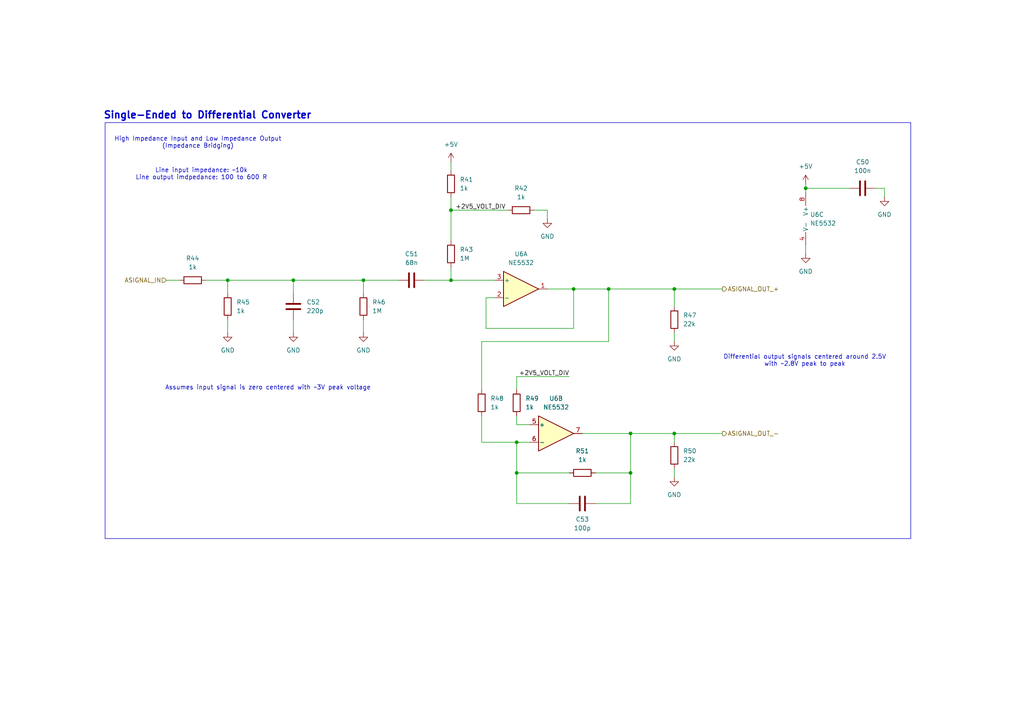
<source format=kicad_sch>
(kicad_sch (version 20231120) (generator "eeschema") (generator_version "8.0")
  (paper "A4")
  (lib_symbols
    (symbol "Amplifier_Operational:NE5532" (pin_names (offset 0.127))
      (property "Reference" "U" (at 0 5.08 0))
      (property "Value" "NE5532" (at 0 -5.08 0))
      (symbol "NE5532_1_1"
        (polyline (pts (xy -5.08 5.08) (xy 5.08 0) (xy -5.08 -5.08) (xy -5.08 5.08)) (stroke (width 0.254)) (fill (type background)))
        (pin output line (at 7.62 0 180) (length 2.54) (name "~") (number "1"))
        (pin input line (at -7.62 -2.54 0) (length 2.54) (name "-") (number "2"))
        (pin input line (at -7.62 2.54 0) (length 2.54) (name "+") (number "3"))
      )
      (symbol "NE5532_2_1"
        (polyline (pts (xy -5.08 5.08) (xy 5.08 0) (xy -5.08 -5.08) (xy -5.08 5.08)) (stroke (width 0.254)) (fill (type background)))
        (pin input line (at -7.62 2.54 0) (length 2.54) (name "+") (number "5"))
        (pin input line (at -7.62 -2.54 0) (length 2.54) (name "-") (number "6"))
        (pin output line (at 7.62 0 180) (length 2.54) (name "~") (number "7"))
      )
      (symbol "NE5532_3_1"
        (pin power_in line (at -2.54 -7.62 90) (length 3.81) (name "V-") (number "4"))
        (pin power_in line (at -2.54 7.62 270) (length 3.81) (name "V+") (number "8"))
      )
    )
    (symbol "Device:C" (pin_numbers hide) (pin_names (offset 0.254))
      (property "Reference" "C" (at 0.635 2.54 0))
      (property "Value" "C" (at 0.635 -2.54 0))
      (symbol "C_0_1"
        (polyline (pts (xy -2.032 -0.762) (xy 2.032 -0.762)) (stroke (width 0.508)))
        (polyline (pts (xy -2.032 0.762) (xy 2.032 0.762)) (stroke (width 0.508)))
      )
      (symbol "C_1_1"
        (pin passive line (at 0 3.81 270) (length 2.794) (name "~") (number "1"))
        (pin passive line (at 0 -3.81 90) (length 2.794) (name "~") (number "2"))
      )
    )
    (symbol "Device:R" (pin_numbers hide) (pin_names (offset 0))
      (property "Reference" "R" (at 2.032 0 90))
      (property "Value" "R" (at 0 0 90))
      (symbol "R_0_1"
        (rectangle (start -1.016 -2.54) (end 1.016 2.54) (stroke (width 0.254)))
      )
      (symbol "R_1_1"
        (pin passive line (at 0 3.81 270) (length 1.27) (name "~") (number "1"))
        (pin passive line (at 0 -3.81 90) (length 1.27) (name "~") (number "2"))
      )
    )
    (symbol "power:+5V" (power) (pin_numbers hide) (pin_names (offset 0) hide)
      (property "Value" "+5V" (at 0 3.556 0))
      (symbol "+5V_0_1"
        (polyline (pts (xy -0.762 1.27) (xy 0 2.54)))
        (polyline (pts (xy 0 0) (xy 0 2.54)))
        (polyline (pts (xy 0 2.54) (xy 0.762 1.27)))
      )
      (symbol "+5V_1_1"
        (pin power_in line (at 0 0 90) (length 0) (name "~") (number "1"))
      )
    )
    (symbol "power:GND" (power) (pin_numbers hide) (pin_names (offset 0) hide)
      (property "Value" "GND" (at 0 -3.81 0))
      (symbol "GND_0_1"
        (polyline (pts (xy 0 0) (xy 0 -1.27) (xy 1.27 -1.27) (xy 0 -2.54) (xy -1.27 -1.27) (xy 0 -1.27)))
      )
      (symbol "GND_1_1"
        (pin power_in line (at 0 0 270) (length 0) (name "~") (number "1"))
      )
    )
  )
  (junction (at 130.81 60.96))
  (junction (at 149.86 128.27))
  (junction (at 130.81 81.28))
  (junction (at 105.41 81.28))
  (junction (at 166.37 83.82))
  (junction (at 85.09 81.28))
  (junction (at 182.88 125.73))
  (junction (at 233.68 54.61))
  (junction (at 195.58 125.73))
  (junction (at 66.04 81.28))
  (junction (at 176.53 83.82))
  (junction (at 182.88 137.16))
  (junction (at 195.58 83.82))
  (junction (at 149.86 137.16))
  (wire (pts (xy 195.58 128.27) (xy 195.58 125.73)))
  (wire (pts (xy 149.86 128.27) (xy 153.67 128.27)))
  (wire (pts (xy 233.68 54.61) (xy 233.68 55.88)))
  (wire (pts (xy 105.41 81.28) (xy 115.57 81.28)))
  (wire (pts (xy 140.97 86.36) (xy 140.97 95.25)))
  (wire (pts (xy 182.88 137.16) (xy 182.88 146.05)))
  (wire (pts (xy 139.7 99.06) (xy 139.7 113.03)))
  (wire (pts (xy 130.81 60.96) (xy 147.32 60.96)))
  (wire (pts (xy 143.51 86.36) (xy 140.97 86.36)))
  (wire (pts (xy 195.58 125.73) (xy 209.55 125.73)))
  (wire (pts (xy 195.58 83.82) (xy 209.55 83.82)))
  (wire (pts (xy 149.86 128.27) (xy 149.86 137.16)))
  (wire (pts (xy 172.72 137.16) (xy 182.88 137.16)))
  (wire (pts (xy 149.86 109.22) (xy 165.1 109.22)))
  (wire (pts (xy 85.09 81.28) (xy 85.09 85.09)))
  (wire (pts (xy 130.81 77.47) (xy 130.81 81.28)))
  (wire (pts (xy 130.81 81.28) (xy 143.51 81.28)))
  (wire (pts (xy 176.53 83.82) (xy 176.53 99.06)))
  (wire (pts (xy 195.58 83.82) (xy 195.58 88.9)))
  (wire (pts (xy 168.91 125.73) (xy 182.88 125.73)))
  (wire (pts (xy 130.81 60.96) (xy 130.81 69.85)))
  (wire (pts (xy 195.58 135.89) (xy 195.58 138.43)))
  (wire (pts (xy 176.53 99.06) (xy 139.7 99.06)))
  (wire (pts (xy 66.04 81.28) (xy 85.09 81.28)))
  (wire (pts (xy 149.86 109.22) (xy 149.86 113.03)))
  (wire (pts (xy 149.86 137.16) (xy 165.1 137.16)))
  (wire (pts (xy 140.97 95.25) (xy 166.37 95.25)))
  (wire (pts (xy 176.53 83.82) (xy 195.58 83.82)))
  (wire (pts (xy 149.86 123.19) (xy 153.67 123.19)))
  (wire (pts (xy 254 54.61) (xy 256.54 54.61)))
  (wire (pts (xy 59.69 81.28) (xy 66.04 81.28)))
  (wire (pts (xy 158.75 60.96) (xy 158.75 63.5)))
  (wire (pts (xy 139.7 120.65) (xy 139.7 128.27)))
  (wire (pts (xy 66.04 81.28) (xy 66.04 85.09)))
  (wire (pts (xy 149.86 137.16) (xy 149.86 146.05)))
  (wire (pts (xy 182.88 125.73) (xy 182.88 137.16)))
  (wire (pts (xy 149.86 146.05) (xy 165.1 146.05)))
  (wire (pts (xy 105.41 92.71) (xy 105.41 96.52)))
  (wire (pts (xy 166.37 95.25) (xy 166.37 83.82)))
  (wire (pts (xy 195.58 96.52) (xy 195.58 99.06)))
  (wire (pts (xy 85.09 92.71) (xy 85.09 96.52)))
  (wire (pts (xy 66.04 92.71) (xy 66.04 96.52)))
  (wire (pts (xy 176.53 83.82) (xy 166.37 83.82)))
  (wire (pts (xy 256.54 54.61) (xy 256.54 57.15)))
  (wire (pts (xy 130.81 57.15) (xy 130.81 60.96)))
  (wire (pts (xy 130.81 46.99) (xy 130.81 49.53)))
  (wire (pts (xy 182.88 146.05) (xy 172.72 146.05)))
  (wire (pts (xy 154.94 60.96) (xy 158.75 60.96)))
  (wire (pts (xy 130.81 81.28) (xy 123.19 81.28)))
  (wire (pts (xy 233.68 71.12) (xy 233.68 73.66)))
  (wire (pts (xy 85.09 81.28) (xy 105.41 81.28)))
  (wire (pts (xy 166.37 83.82) (xy 158.75 83.82)))
  (wire (pts (xy 233.68 53.34) (xy 233.68 54.61)))
  (wire (pts (xy 233.68 54.61) (xy 246.38 54.61)))
  (wire (pts (xy 149.86 120.65) (xy 149.86 123.19)))
  (wire (pts (xy 139.7 128.27) (xy 149.86 128.27)))
  (wire (pts (xy 105.41 81.28) (xy 105.41 85.09)))
  (wire (pts (xy 182.88 125.73) (xy 195.58 125.73)))
  (wire (pts (xy 48.26 81.28) (xy 52.07 81.28)))
  (rectangle (start 30.48 35.56) (end 264.16 156.21))
  (text "Assumes input signal is zero centered with ~3V peak voltage" (at 77.724 112.522 0) (effects (font (size 1.27 1.27))))
  (text "Single-Ended to Differential Converter" (at 60.198 33.528 0) (effects (font (size 2.032 2.032) (bold yes))))
  (text "High Impedance Input and Low Impedance Output\n(Impedance Bridging)" (at 57.404 41.402 0) (effects (font (size 1.27 1.27))))
  (text "Differential output signals centered around 2.5V\nwith ~2.8V peak to peak" (at 233.426 104.648 0) (effects (font (size 1.27 1.27))))
  (text "Line input impedance: ~10k\nLine output imdpedance: 100 to 600 R" (at 58.42 50.546 0) (effects (font (size 1.27 1.27))))
  (label "+2V5_VOLT_DIV" (at 132.08 60.96 0))
  (label "+2V5_VOLT_DIV" (at 165.1 109.22 180))
  (hierarchical_label "ASIGNAL_OUT_-" (shape output) (at 209.55 125.73 0))
  (hierarchical_label "ASIGNAL_IN" (shape input) (at 48.26 81.28 180))
  (hierarchical_label "ASIGNAL_OUT_+" (shape output) (at 209.55 83.82 0))
  (symbol (lib_id "Device:R") (at 195.58 92.71 180) (unit 1)
    (property "Reference" "R47" (at 198.12 91.4399 0) (effects (justify right)))
    (property "Value" "22k" (at 198.12 93.9799 0) (effects (justify right)))
    (property "Footprint" "Resistor_SMD:R_0805_2012Metric" (effects (hide yes)))
    (property "Description" "Resistor" (effects (hide yes)))
    (instances (project "multi-band-equalizer" (path "" (reference "R47") (unit 1)) (path "" (reference "R36") (unit 1))))
  )
  (symbol (lib_id "Device:R") (at 130.81 73.66 180) (unit 1)
    (property "Reference" "R43" (at 133.35 72.3899 0) (effects (justify right)))
    (property "Value" "1M" (at 133.35 74.9299 0) (effects (justify right)))
    (property "Footprint" "Resistor_SMD:R_0805_2012Metric" (effects (hide yes)))
    (property "Description" "Resistor" (effects (hide yes)))
    (instances (project "multi-band-equalizer" (path "" (reference "R43") (unit 1)) (path "" (reference "R32") (unit 1))))
  )
  (symbol (lib_id "power:+5V") (at 130.81 46.99 0) (unit 1)
    (property "Reference" "#PWR048" (effects (hide yes)))
    (property "Value" "+5V" (at 130.81 41.91 0))
    (property "Description" "Power symbol creates a global label with name \"+5V\"" (effects (hide yes)))
    (instances (project "multi-band-equalizer" (path "" (reference "#PWR048") (unit 1)) (path "" (reference "#PWR038") (unit 1))))
  )
  (symbol (lib_id "Device:R") (at 149.86 116.84 180) (unit 1)
    (property "Reference" "R49" (at 152.4 115.5699 0) (effects (justify right)))
    (property "Value" "1k" (at 152.4 118.1099 0) (effects (justify right)))
    (property "Footprint" "Resistor_SMD:R_0805_2012Metric" (effects (hide yes)))
    (property "Description" "Resistor" (effects (hide yes)))
    (instances (project "multi-band-equalizer" (path "" (reference "R49") (unit 1)) (path "" (reference "R38") (unit 1))))
  )
  (symbol (lib_id "power:GND") (at 195.58 99.06 0) (unit 1)
    (property "Reference" "#PWR056" (effects (hide yes)))
    (property "Value" "GND" (at 195.58 104.14 0))
    (property "Description" "Power symbol creates a global label with name \"GND\" , ground" (effects (hide yes)))
    (instances (project "multi-band-equalizer" (path "" (reference "#PWR056") (unit 1)) (path "" (reference "#PWR046") (unit 1))))
  )
  (symbol (lib_id "power:GND") (at 158.75 63.5 0) (unit 1)
    (property "Reference" "#PWR051" (effects (hide yes)))
    (property "Value" "GND" (at 158.75 68.58 0))
    (property "Description" "Power symbol creates a global label with name \"GND\" , ground" (effects (hide yes)))
    (instances (project "multi-band-equalizer" (path "" (reference "#PWR051") (unit 1)) (path "" (reference "#PWR041") (unit 1))))
  )
  (symbol (lib_id "Device:R") (at 195.58 132.08 180) (unit 1)
    (property "Reference" "R50" (at 198.12 130.8099 0) (effects (justify right)))
    (property "Value" "22k" (at 198.12 133.3499 0) (effects (justify right)))
    (property "Footprint" "Resistor_SMD:R_0805_2012Metric" (effects (hide yes)))
    (property "Description" "Resistor" (effects (hide yes)))
    (instances (project "multi-band-equalizer" (path "" (reference "R50") (unit 1)) (path "" (reference "R39") (unit 1))))
  )
  (symbol (lib_id "power:GND") (at 233.68 73.66 0) (unit 1)
    (property "Reference" "#PWR052" (effects (hide yes)))
    (property "Value" "GND" (at 233.68 78.74 0))
    (property "Description" "Power symbol creates a global label with name \"GND\" , ground" (effects (hide yes)))
    (instances (project "multi-band-equalizer" (path "" (reference "#PWR052") (unit 1)) (path "" (reference "#PWR042") (unit 1))))
  )
  (symbol (lib_id "Device:R") (at 55.88 81.28 90) (unit 1)
    (property "Reference" "R44" (at 55.88 74.93 90))
    (property "Value" "1k" (at 55.88 77.47 90))
    (property "Footprint" "Resistor_SMD:R_0805_2012Metric" (effects (hide yes)))
    (property "Description" "Resistor" (effects (hide yes)))
    (instances (project "multi-band-equalizer" (path "" (reference "R44") (unit 1)) (path "" (reference "R33") (unit 1))))
  )
  (symbol (lib_id "Device:R") (at 139.7 116.84 180) (unit 1)
    (property "Reference" "R48" (at 142.24 115.5699 0) (effects (justify right)))
    (property "Value" "1k" (at 142.24 118.1099 0) (effects (justify right)))
    (property "Footprint" "Resistor_SMD:R_0805_2012Metric" (effects (hide yes)))
    (property "Description" "Resistor" (effects (hide yes)))
    (instances (project "multi-band-equalizer" (path "" (reference "R48") (unit 1)) (path "" (reference "R37") (unit 1))))
  )
  (symbol (lib_id "Amplifier_Operational:NE5532") (at 151.13 83.82 0) (unit 1)
    (property "Reference" "U6" (at 151.13 73.66 0))
    (property "Value" "NE5532" (at 151.13 76.2 0))
    (property "Footprint" "Package_SO:SOIC-8_3.9x4.9mm_P1.27mm" (effects (hide yes)))
    (property "Datasheet" "http://www.ti.com/lit/ds/symlink/ne5532.pdf" (effects (hide yes)))
    (property "Description" "Dual Low-Noise Operational Amplifiers, DIP-8/SOIC-8" (effects (hide yes)))
    (instances (project "multi-band-equalizer" (path "" (reference "U6") (unit 1)) (path "" (reference "U5") (unit 1))))
  )
  (symbol (lib_id "power:GND") (at 66.04 96.52 0) (unit 1)
    (property "Reference" "#PWR053" (effects (hide yes)))
    (property "Value" "GND" (at 66.04 101.6 0))
    (property "Description" "Power symbol creates a global label with name \"GND\" , ground" (effects (hide yes)))
    (instances (project "multi-band-equalizer" (path "" (reference "#PWR053") (unit 1)) (path "" (reference "#PWR043") (unit 1))))
  )
  (symbol (lib_id "Device:R") (at 105.41 88.9 180) (unit 1)
    (property "Reference" "R46" (at 107.95 87.6299 0) (effects (justify right)))
    (property "Value" "1M" (at 107.95 90.1699 0) (effects (justify right)))
    (property "Footprint" "Resistor_SMD:R_0805_2012Metric" (effects (hide yes)))
    (property "Description" "Resistor" (effects (hide yes)))
    (instances (project "multi-band-equalizer" (path "" (reference "R46") (unit 1)) (path "" (reference "R35") (unit 1))))
  )
  (symbol (lib_id "power:GND") (at 195.58 138.43 0) (unit 1)
    (property "Reference" "#PWR057" (effects (hide yes)))
    (property "Value" "GND" (at 195.58 143.51 0))
    (property "Description" "Power symbol creates a global label with name \"GND\" , ground" (effects (hide yes)))
    (instances (project "multi-band-equalizer" (path "" (reference "#PWR057") (unit 1)) (path "" (reference "#PWR047") (unit 1))))
  )
  (symbol (lib_id "Device:C") (at 119.38 81.28 90) (unit 1)
    (property "Reference" "C51" (at 119.38 73.66 90))
    (property "Value" "68n" (at 119.38 76.2 90))
    (property "Footprint" "Capacitor_SMD:C_0805_2012Metric" (effects (hide yes)))
    (property "Description" "Unpolarized capacitor" (effects (hide yes)))
    (instances (project "multi-band-equalizer" (path "" (reference "C51") (unit 1)) (path "" (reference "C47") (unit 1))))
  )
  (symbol (lib_id "Device:R") (at 168.91 137.16 270) (unit 1)
    (property "Reference" "R51" (at 168.91 130.81 90))
    (property "Value" "1k" (at 168.91 133.35 90))
    (property "Footprint" "Resistor_SMD:R_0805_2012Metric" (effects (hide yes)))
    (property "Description" "Resistor" (effects (hide yes)))
    (instances (project "multi-band-equalizer" (path "" (reference "R51") (unit 1)) (path "" (reference "R40") (unit 1))))
  )
  (symbol (lib_id "Amplifier_Operational:NE5532") (at 161.29 125.73 0) (unit 2)
    (property "Reference" "U6" (at 161.29 115.57 0))
    (property "Value" "NE5532" (at 161.29 118.11 0))
    (property "Footprint" "Package_SO:SOIC-8_3.9x4.9mm_P1.27mm" (effects (hide yes)))
    (property "Datasheet" "http://www.ti.com/lit/ds/symlink/ne5532.pdf" (effects (hide yes)))
    (property "Description" "Dual Low-Noise Operational Amplifiers, DIP-8/SOIC-8" (effects (hide yes)))
    (instances (project "multi-band-equalizer" (path "" (reference "U6") (unit 2)) (path "" (reference "U5") (unit 2))))
  )
  (symbol (lib_id "power:+5V") (at 233.68 53.34 0) (unit 1)
    (property "Reference" "#PWR049" (effects (hide yes)))
    (property "Value" "+5V" (at 233.68 48.26 0))
    (property "Description" "Power symbol creates a global label with name \"+5V\"" (effects (hide yes)))
    (instances (project "multi-band-equalizer" (path "" (reference "#PWR049") (unit 1)) (path "" (reference "#PWR039") (unit 1))))
  )
  (symbol (lib_id "power:GND") (at 105.41 96.52 0) (unit 1)
    (property "Reference" "#PWR055" (effects (hide yes)))
    (property "Value" "GND" (at 105.41 101.6 0))
    (property "Description" "Power symbol creates a global label with name \"GND\" , ground" (effects (hide yes)))
    (instances (project "multi-band-equalizer" (path "" (reference "#PWR055") (unit 1)) (path "" (reference "#PWR045") (unit 1))))
  )
  (symbol (lib_id "power:GND") (at 256.54 57.15 0) (unit 1)
    (property "Reference" "#PWR050" (effects (hide yes)))
    (property "Value" "GND" (at 256.54 62.23 0))
    (property "Description" "Power symbol creates a global label with name \"GND\" , ground" (effects (hide yes)))
    (instances (project "multi-band-equalizer" (path "" (reference "#PWR050") (unit 1)) (path "" (reference "#PWR040") (unit 1))))
  )
  (symbol (lib_id "Amplifier_Operational:NE5532") (at 236.22 63.5 0) (unit 3)
    (property "Reference" "U6" (at 234.95 62.2299 0) (effects (justify left)))
    (property "Value" "NE5532" (at 234.95 64.7699 0) (effects (justify left)))
    (property "Footprint" "Package_SO:SOIC-8_3.9x4.9mm_P1.27mm" (effects (hide yes)))
    (property "Datasheet" "http://www.ti.com/lit/ds/symlink/ne5532.pdf" (effects (hide yes)))
    (property "Description" "Dual Low-Noise Operational Amplifiers, DIP-8/SOIC-8" (effects (hide yes)))
    (instances (project "multi-band-equalizer" (path "" (reference "U6") (unit 3)) (path "" (reference "U5") (unit 3))))
  )
  (symbol (lib_id "power:GND") (at 85.09 96.52 0) (unit 1)
    (property "Reference" "#PWR054" (effects (hide yes)))
    (property "Value" "GND" (at 85.09 101.6 0))
    (property "Description" "Power symbol creates a global label with name \"GND\" , ground" (effects (hide yes)))
    (instances (project "multi-band-equalizer" (path "" (reference "#PWR054") (unit 1)) (path "" (reference "#PWR044") (unit 1))))
  )
  (symbol (lib_id "Device:R") (at 66.04 88.9 180) (unit 1)
    (property "Reference" "R45" (at 68.58 87.6299 0) (effects (justify right)))
    (property "Value" "1k" (at 68.58 90.1699 0) (effects (justify right)))
    (property "Footprint" "Resistor_SMD:R_0805_2012Metric" (effects (hide yes)))
    (property "Description" "Resistor" (effects (hide yes)))
    (instances (project "multi-band-equalizer" (path "" (reference "R45") (unit 1)) (path "" (reference "R34") (unit 1))))
  )
  (symbol (lib_id "Device:R") (at 151.13 60.96 270) (unit 1)
    (property "Reference" "R42" (at 151.13 54.61 90))
    (property "Value" "1k" (at 151.13 57.15 90))
    (property "Footprint" "Resistor_SMD:R_0805_2012Metric" (effects (hide yes)))
    (property "Description" "Resistor" (effects (hide yes)))
    (instances (project "multi-band-equalizer" (path "" (reference "R42") (unit 1)) (path "" (reference "R31") (unit 1))))
  )
  (symbol (lib_id "Device:C") (at 168.91 146.05 270) (unit 1)
    (property "Reference" "C53" (at 168.91 150.622 90))
    (property "Value" "100p" (at 168.91 153.162 90))
    (property "Footprint" "Capacitor_SMD:C_0805_2012Metric" (effects (hide yes)))
    (property "Description" "Unpolarized capacitor" (effects (hide yes)))
    (instances (project "multi-band-equalizer" (path "" (reference "C53") (unit 1)) (path "" (reference "C49") (unit 1))))
  )
  (symbol (lib_id "Device:R") (at 130.81 53.34 180) (unit 1)
    (property "Reference" "R41" (at 133.35 52.0699 0) (effects (justify right)))
    (property "Value" "1k" (at 133.35 54.6099 0) (effects (justify right)))
    (property "Footprint" "Resistor_SMD:R_0805_2012Metric" (effects (hide yes)))
    (property "Description" "Resistor" (effects (hide yes)))
    (instances (project "multi-band-equalizer" (path "" (reference "R41") (unit 1)) (path "" (reference "R30") (unit 1))))
  )
  (symbol (lib_id "Device:C") (at 250.19 54.61 90) (unit 1)
    (property "Reference" "C50" (at 250.19 46.99 90))
    (property "Value" "100n" (at 250.19 49.53 90))
    (property "Footprint" "Capacitor_SMD:C_0805_2012Metric" (effects (hide yes)))
    (property "Description" "Unpolarized capacitor" (effects (hide yes)))
    (instances (project "multi-band-equalizer" (path "" (reference "C50") (unit 1)) (path "" (reference "C46") (unit 1))))
  )
  (symbol (lib_id "Device:C") (at 85.09 88.9 0) (unit 1)
    (property "Reference" "C52" (at 88.9 87.6299 0) (effects (justify left)))
    (property "Value" "220p" (at 88.9 90.1699 0) (effects (justify left)))
    (property "Footprint" "Capacitor_SMD:C_0805_2012Metric" (effects (hide yes)))
    (property "Description" "Unpolarized capacitor" (effects (hide yes)))
    (instances (project "multi-band-equalizer" (path "" (reference "C52") (unit 1)) (path "" (reference "C48") (unit 1))))
  )
)
</source>
